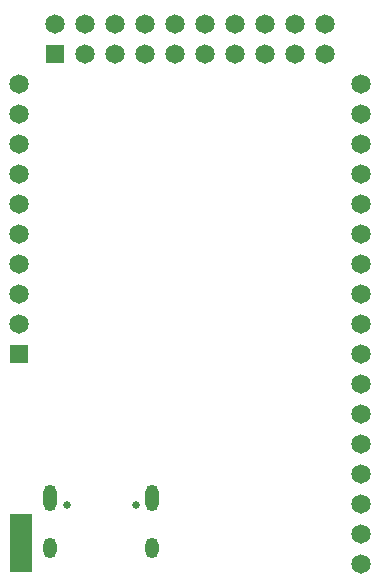
<source format=gbs>
G04*
G04 #@! TF.GenerationSoftware,Altium Limited,Altium Designer,20.0.11 (256)*
G04*
G04 Layer_Color=16711935*
%FSLAX25Y25*%
%MOIN*%
G70*
G01*
G75*
%ADD32R,0.07200X0.19800*%
%ADD54C,0.06457*%
%ADD55R,0.06457X0.06457*%
%ADD56C,0.02559*%
%ADD57O,0.04488X0.06850*%
%ADD58O,0.04488X0.08819*%
%ADD59R,0.06457X0.06457*%
D32*
X6600Y12900D02*
D03*
D54*
X5906Y95906D02*
D03*
Y165905D02*
D03*
Y155905D02*
D03*
Y145905D02*
D03*
Y135906D02*
D03*
Y125906D02*
D03*
Y115905D02*
D03*
Y105905D02*
D03*
Y85905D02*
D03*
X120079Y165905D02*
D03*
Y5906D02*
D03*
Y15905D02*
D03*
Y25905D02*
D03*
Y35906D02*
D03*
Y45906D02*
D03*
Y55905D02*
D03*
Y65905D02*
D03*
Y75906D02*
D03*
Y85905D02*
D03*
Y95906D02*
D03*
Y105905D02*
D03*
Y115905D02*
D03*
Y125906D02*
D03*
Y135906D02*
D03*
Y145905D02*
D03*
Y155905D02*
D03*
X107992Y186102D02*
D03*
Y176102D02*
D03*
X97992Y186102D02*
D03*
Y176102D02*
D03*
X87992Y186102D02*
D03*
Y176102D02*
D03*
X77992Y186102D02*
D03*
Y176102D02*
D03*
X67992Y186102D02*
D03*
Y176102D02*
D03*
X57992Y186102D02*
D03*
Y176102D02*
D03*
X47992Y186102D02*
D03*
Y176102D02*
D03*
X37992Y186102D02*
D03*
Y176102D02*
D03*
X27992Y186102D02*
D03*
Y176102D02*
D03*
X17992Y186102D02*
D03*
D55*
X5906Y75906D02*
D03*
D56*
X22087Y25827D02*
D03*
X44842D02*
D03*
D57*
X50472Y11457D02*
D03*
X16457D02*
D03*
D58*
X50472Y27913D02*
D03*
X16457D02*
D03*
D59*
X17992Y176102D02*
D03*
M02*

</source>
